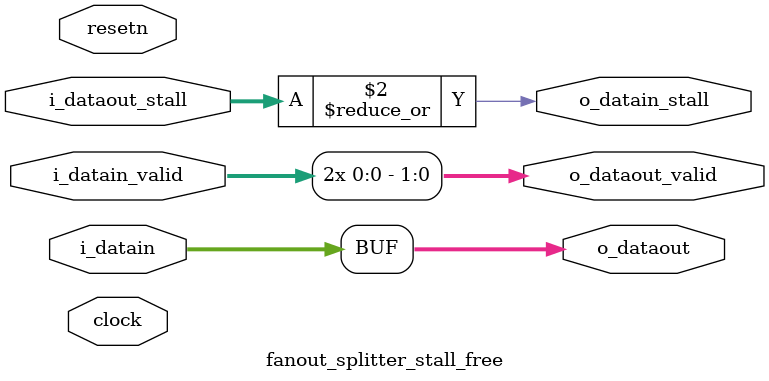
<source format=v>
module fanout_splitter_stall_free(clock, resetn, i_datain, i_datain_valid, o_datain_stall, o_dataout, i_dataout_stall, o_dataout_valid);

parameter DATA_WIDTH = 32;
parameter NUM_FANOUTS = 2;
parameter INSERT_AND = 0;
parameter INSERT_REGISTER = 0;

 input clock, resetn;
 input [DATA_WIDTH-1:0] i_datain;
 input i_datain_valid;
 output reg o_datain_stall;
 output reg [DATA_WIDTH-1:0] o_dataout;
 input [NUM_FANOUTS-1:0] i_dataout_stall;
 output reg [NUM_FANOUTS-1:0] o_dataout_valid;

generate
if (INSERT_REGISTER)
begin
  always @ (negedge resetn or posedge clock)
  begin
    if (~resetn)
    begin
      o_datain_stall <= 1'b0;
      o_dataout_valid <= {NUM_FANOUTS{1'b0}};
      o_dataout <= 'x;
    end
    else
    begin
      o_datain_stall <= |i_dataout_stall;
      o_dataout_valid <= (INSERT_AND==1) ? {NUM_FANOUTS{i_datain_valid & ~o_datain_stall}} : {NUM_FANOUTS{i_datain_valid}};
      o_dataout <= i_datain;
    end
  end
end
else
begin always @ (*)
  begin
    o_datain_stall <= |i_dataout_stall;
    o_dataout_valid <= (INSERT_AND==1) ? {NUM_FANOUTS{i_datain_valid & ~o_datain_stall}} : {NUM_FANOUTS{i_datain_valid}};
    o_dataout <= i_datain;
  end
end
endgenerate

endmodule

</source>
